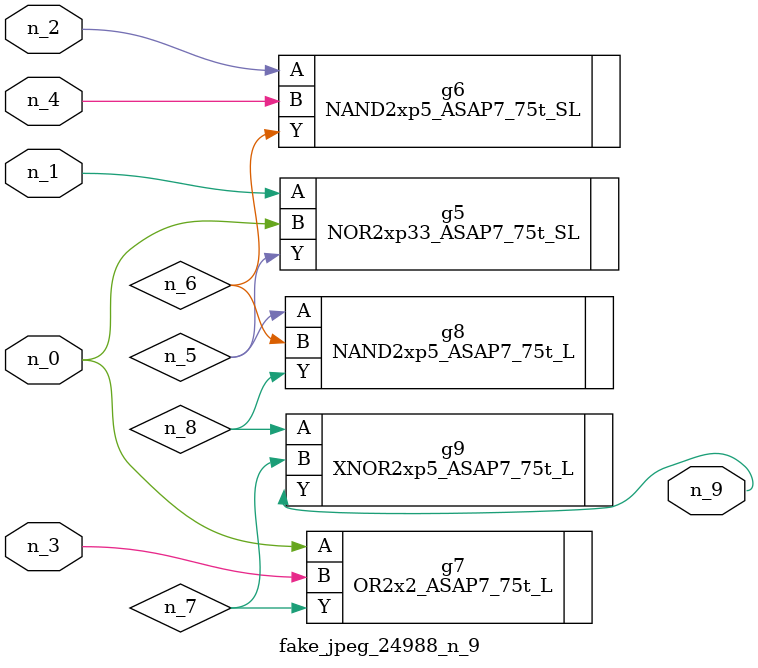
<source format=v>
module fake_jpeg_24988_n_9 (n_3, n_2, n_1, n_0, n_4, n_9);

input n_3;
input n_2;
input n_1;
input n_0;
input n_4;

output n_9;

wire n_8;
wire n_6;
wire n_5;
wire n_7;

NOR2xp33_ASAP7_75t_SL g5 ( 
.A(n_1),
.B(n_0),
.Y(n_5)
);

NAND2xp5_ASAP7_75t_SL g6 ( 
.A(n_2),
.B(n_4),
.Y(n_6)
);

OR2x2_ASAP7_75t_L g7 ( 
.A(n_0),
.B(n_3),
.Y(n_7)
);

NAND2xp5_ASAP7_75t_L g8 ( 
.A(n_5),
.B(n_6),
.Y(n_8)
);

XNOR2xp5_ASAP7_75t_L g9 ( 
.A(n_8),
.B(n_7),
.Y(n_9)
);


endmodule
</source>
